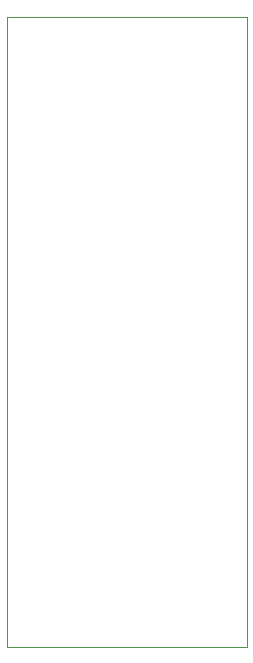
<source format=gbr>
%TF.GenerationSoftware,KiCad,Pcbnew,7.0.2*%
%TF.CreationDate,2023-05-13T17:25:18+02:00*%
%TF.ProjectId,Einschaltstrombegrenzung,45696e73-6368-4616-9c74-7374726f6d62,rev?*%
%TF.SameCoordinates,Original*%
%TF.FileFunction,Profile,NP*%
%FSLAX46Y46*%
G04 Gerber Fmt 4.6, Leading zero omitted, Abs format (unit mm)*
G04 Created by KiCad (PCBNEW 7.0.2) date 2023-05-13 17:25:18*
%MOMM*%
%LPD*%
G01*
G04 APERTURE LIST*
%TA.AperFunction,Profile*%
%ADD10C,0.100000*%
%TD*%
G04 APERTURE END LIST*
D10*
X127000000Y-119380000D02*
X127000000Y-66040000D01*
X147320000Y-66040000D02*
X147320000Y-119380000D01*
X127000000Y-66040000D02*
X147320000Y-66040000D01*
X147320000Y-119380000D02*
X127000000Y-119380000D01*
M02*

</source>
